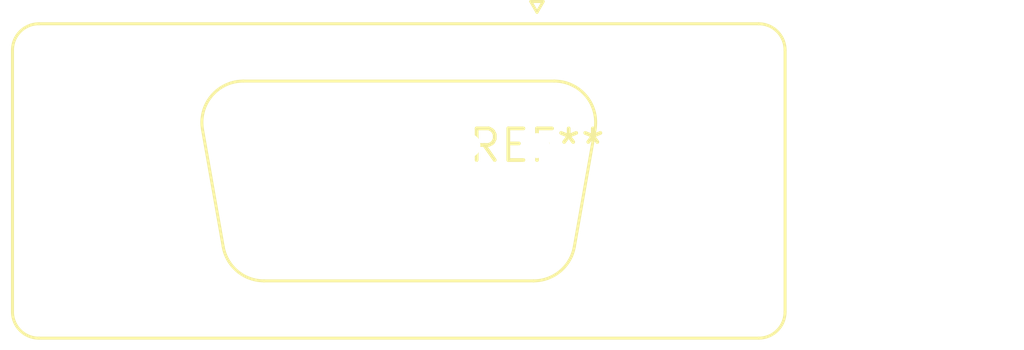
<source format=kicad_pcb>
(kicad_pcb (version 20240108) (generator pcbnew)
  (layers (0 "F.Cu" signal) (31 "B.Cu" signal) (34 "B.Paste" user) (35 "F.Paste" user) (36 "B.SilkS" user "B.Silkscreen") (37 "F.SilkS" user "F.Silkscreen") (38 "B.Mask" user) (39 "F.Mask" user) (44 "Edge.Cuts" user))
  (net 0 "")
  (footprint "DSUB-9_Female_Vertical_P2.77x2.84mm" (layer "F.Cu") (at 0 0)
    (property "Reference" "REF**")
    (property "Value" "DSUB-9_Female_Vertical_P2.77x2.84mm")
    (fp_line (start -21.025 6.67) (end -21.025 -3.83) (layer "F.SilkS") (stroke (width 0.12)))
    (fp_line (start -19.965 -4.89) (end 8.885 -4.89) (layer "F.SilkS") (stroke (width 0.12)))
    (fp_line (start -13.40647 -0.641744) (end -12.577733 4.058256) (layer "F.SilkS") (stroke (width 0.12)))
    (fp_line (start -11.771689 -2.59) (end 0.691689 -2.59) (layer "F.SilkS") (stroke (width 0.12)))
    (fp_line (start -10.942952 5.43) (end -0.137048 5.43) (layer "F.SilkS") (stroke (width 0.12)))
    (fp_line (start -0.25 -5.784338) (end 0.25 -5.784338) (layer "F.SilkS") (stroke (width 0.12)))
    (fp_line (start 0 -5.351325) (end -0.25 -5.784338) (layer "F.SilkS") (stroke (width 0.12)))
    (fp_line (start 0.25 -5.784338) (end 0 -5.351325) (layer "F.SilkS") (stroke (width 0.12)))
    (fp_line (start 2.32647 -0.641744) (end 1.497733 4.058256) (layer "F.SilkS") (stroke (width 0.12)))
    (fp_line (start 8.885 7.73) (end -19.965 7.73) (layer "F.SilkS") (stroke (width 0.12)))
    (fp_line (start 9.945 -3.83) (end 9.945 6.67) (layer "F.SilkS") (stroke (width 0.12)))
    (fp_arc (start -21.025 -3.83) (mid -20.714533 -4.579533) (end -19.965 -4.89) (layer "F.SilkS") (stroke (width 0.12)))
    (fp_arc (start -19.965 7.73) (mid -20.714533 7.419533) (end -21.025 6.67) (layer "F.SilkS") (stroke (width 0.12)))
    (fp_arc (start -13.40647 -0.641744) (mid -13.043323 -1.997028) (end -11.771689 -2.59) (layer "F.SilkS") (stroke (width 0.12)))
    (fp_arc (start -10.942952 5.43) (mid -12.009979 5.041634) (end -12.577733 4.058256) (layer "F.SilkS") (stroke (width 0.12)))
    (fp_arc (start 0.691689 -2.59) (mid 1.963323 -1.997027) (end 2.32647 -0.641744) (layer "F.SilkS") (stroke (width 0.12)))
    (fp_arc (start 1.497733 4.058256) (mid 0.92998 5.041634) (end -0.137048 5.43) (layer "F.SilkS") (stroke (width 0.12)))
    (fp_arc (start 8.885 -4.89) (mid 9.634533 -4.579533) (end 9.945 -3.83) (layer "F.SilkS") (stroke (width 0.12)))
    (fp_arc (start 9.945 6.67) (mid 9.634533 7.419533) (end 8.885 7.73) (layer "F.SilkS") (stroke (width 0.12)))
    (pad "1" thru_hole rect (at 0 0) (size 1.6 1.6) (drill 1) (layers *.Cu *.Mask) (remove_unused_layers))
    (pad "2" thru_hole circle (at -2.77 0) (size 1.6 1.6) (drill 1) (layers *.Cu *.Mask) (remove_unused_layers))
    (pad "3" thru_hole circle (at -5.54 0) (size 1.6 1.6) (drill 1) (layers *.Cu *.Mask) (remove_unused_layers))
    (pad "4" thru_hole circle (at -8.31 0) (size 1.6 1.6) (drill 1) (layers *.Cu *.Mask) (remove_unused_layers))
    (pad "5" thru_hole circle (at -11.08 0) (size 1.6 1.6) (drill 1) (layers *.Cu *.Mask) (remove_unused_layers))
    (pad "6" thru_hole circle (at -1.385 2.84) (size 1.6 1.6) (drill 1) (layers *.Cu *.Mask) (remove_unused_layers))
    (pad "7" thru_hole circle (at -4.155 2.84) (size 1.6 1.6) (drill 1) (layers *.Cu *.Mask) (remove_unused_layers))
    (pad "8" thru_hole circle (at -6.925 2.84) (size 1.6 1.6) (drill 1) (layers *.Cu *.Mask) (remove_unused_layers))
    (pad "9" thru_hole circle (at -9.695 2.84) (size 1.6 1.6) (drill 1) (layers *.Cu *.Mask) (remove_unused_layers))
  )
)
</source>
